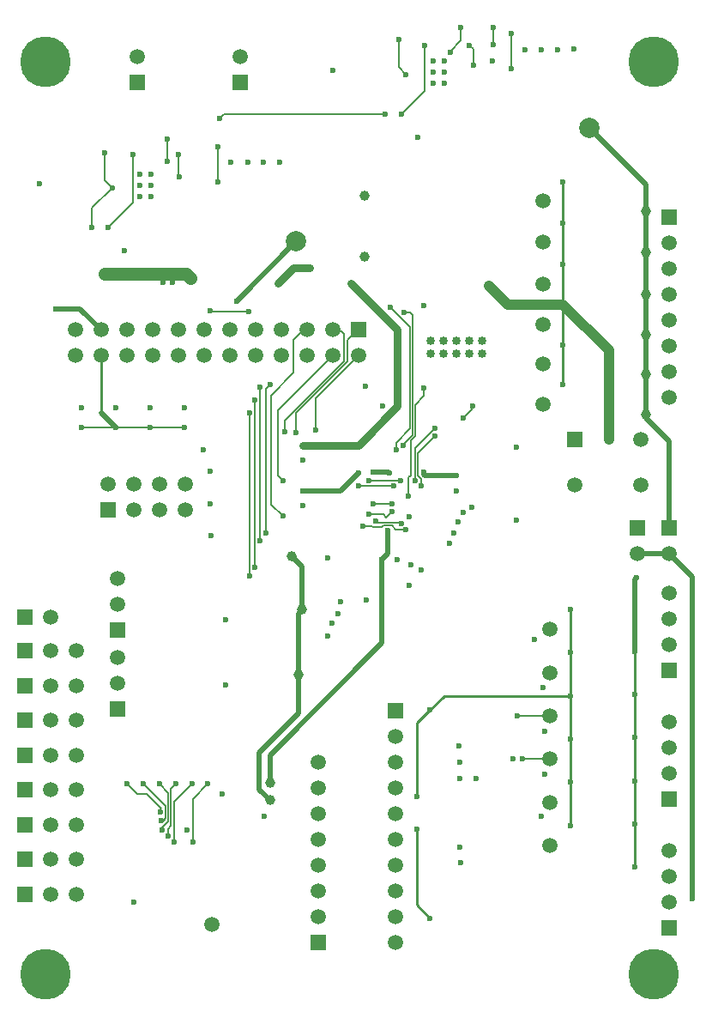
<source format=gbr>
%TF.GenerationSoftware,Altium Limited,Altium Designer,19.1.8 (144)*%
G04 Layer_Physical_Order=2*
G04 Layer_Color=16711680*
%FSLAX45Y45*%
%MOMM*%
%TF.FileFunction,Copper,L2,Bot,Signal*%
%TF.Part,Single*%
G01*
G75*
%TA.AperFunction,Conductor*%
%ADD25C,0.25400*%
%ADD26C,0.12700*%
%ADD29C,1.27000*%
%ADD30C,0.76200*%
%ADD31C,0.50800*%
%ADD33C,1.01600*%
%TA.AperFunction,ComponentPad*%
%ADD35C,1.50000*%
%ADD36R,1.50000X1.50000*%
%ADD37C,1.50000*%
%ADD38C,2.00000*%
%ADD39C,0.85000*%
%ADD40R,1.50000X1.50000*%
%TA.AperFunction,ViaPad*%
%ADD41C,0.60000*%
%ADD42C,1.00000*%
%ADD43C,5.00000*%
D25*
X5602500Y7104500D02*
Y8318500D01*
Y6314500D02*
Y7104500D01*
X5675001Y3247000D02*
Y4100000D01*
Y2394000D02*
Y3247000D01*
X6312500Y3261001D02*
Y3687500D01*
Y2834500D02*
Y3261001D01*
Y2408000D02*
Y2834500D01*
Y1555000D02*
Y2408000D01*
Y1555000D02*
X6312500Y1555000D01*
X1042000Y6040489D02*
Y6606000D01*
X4160000Y1185000D02*
X4292500Y1052500D01*
X4160000Y1185000D02*
Y1927500D01*
Y2252500D02*
Y2977500D01*
X4292500Y3110000D01*
X4429500Y3247000D01*
X5675000D01*
X5602500Y6314500D02*
X5602500Y6314500D01*
X5675001Y1967500D02*
Y2394000D01*
X5675000Y4100000D02*
X5675001Y4100000D01*
D26*
X4490000Y9592500D02*
Y9603033D01*
X4595000Y9708033D01*
Y9837500D01*
X4915000Y9670155D02*
Y9840000D01*
X4094200Y5881700D02*
Y6880800D01*
X3957500Y5745000D02*
X4094200Y5881700D01*
X3900000Y7075000D02*
X4094200Y6880800D01*
X4119600Y5820196D02*
Y7005400D01*
X4027500Y5728096D02*
X4119600Y5820196D01*
X4095000Y7030000D02*
X4119600Y7005400D01*
X4037500Y7030000D02*
X4095000D01*
X2132500Y7035000D02*
X2505000D01*
X2125000Y7042500D02*
X2132500Y7035000D01*
X1699613Y8520000D02*
Y8735000D01*
X3477900Y6542900D02*
Y6755900D01*
X2970000Y6035000D02*
X3477900Y6542900D01*
X2970000Y5842500D02*
Y6035000D01*
X3160154Y6184154D02*
X3582000Y6606000D01*
X3160154Y5867786D02*
Y6184154D01*
X3414610Y6839004D02*
X3440000Y6813614D01*
Y6545000D02*
Y6813614D01*
X2860000Y5965000D02*
X3440000Y6545000D01*
X2860000Y5847500D02*
Y5965000D01*
X3477900Y6755900D02*
X3582000Y6860000D01*
X3348996Y6839004D02*
X3414610D01*
X3328000Y6860000D02*
X3348996Y6839004D01*
X2787500Y6065500D02*
X3328000Y6606000D01*
X2787500Y5420000D02*
Y6065500D01*
Y5420000D02*
X2837500Y5370000D01*
X2945000Y6760000D02*
X3045000Y6860000D01*
X3074000D01*
X2945000Y6432500D02*
Y6760000D01*
X2722500Y6210000D02*
X2945000Y6432500D01*
X2722500Y5135383D02*
Y6210000D01*
Y5135383D02*
X2837638Y5020245D01*
X3752500Y4952500D02*
X4002937D01*
X4145000Y6117500D02*
X4232500Y6205000D01*
X4145000Y5809675D02*
Y6117500D01*
X4098450Y5763125D02*
X4145000Y5809675D01*
X4232500Y6205000D02*
Y6280000D01*
X4027500Y5720000D02*
Y5728096D01*
X1637500Y2020000D02*
X1660000D01*
X1684050Y2044051D01*
X1632500Y2100000D02*
Y2130000D01*
X1640001Y2137501D01*
X1495001Y2282501D02*
X1640001Y2137501D01*
X1650000Y1925000D02*
Y1945000D01*
X1709450Y2004451D01*
X1705000Y1862500D02*
Y1935000D01*
X1735001Y1965001D01*
X1762500Y1807501D02*
Y2200000D01*
X1762500Y1807500D02*
X1762500Y1807501D01*
X3917487Y4927100D02*
X3954348Y4890239D01*
X3834967Y4927100D02*
X3917487D01*
X3816317Y4908450D02*
X3834967Y4927100D01*
X4002937Y4952500D02*
X4007696Y4947741D01*
X3752500Y4952500D02*
Y4970000D01*
X3728113Y4908450D02*
X3816317D01*
X3716563Y4920000D02*
X3728113Y4908450D01*
X3690000Y5035000D02*
X3830000D01*
X3857500Y5007500D01*
X3915363Y5065363D01*
X3627500Y4920000D02*
X3716563D01*
X3730251Y5140251D02*
X3917691D01*
X3730000Y5140000D02*
X3730251Y5140251D01*
X3915363Y5065363D02*
X3917500D01*
X3954348Y4890239D02*
X4055198D01*
X3685180Y5370262D02*
X3999738D01*
X4000000Y5370000D01*
X3587675Y5320260D02*
X3934740D01*
X3935000Y5320000D01*
X4080000Y5220000D02*
Y5402500D01*
X4098450Y5420950D01*
Y5763125D01*
X3957500Y5670000D02*
Y5745000D01*
X2610000Y4775000D02*
Y6287500D01*
X2670000Y4855000D02*
Y6272500D01*
X2717500Y6320000D01*
X2560000Y4510000D02*
Y6165000D01*
X2510122Y4432377D02*
Y6035295D01*
Y4432377D02*
X2512500Y4430000D01*
X1527500Y5894994D02*
X1867500D01*
X1527216Y5894709D02*
X1527500Y5894994D01*
X1187779Y5894709D02*
X1527216D01*
X1187495Y5894994D02*
X1187779Y5894709D01*
X847500Y5894994D02*
X1187495D01*
X2214845Y8942500D02*
X2260000Y8987655D01*
X3852500D01*
X4167900Y5419600D02*
Y5640400D01*
Y5419600D02*
X4202500Y5385000D01*
Y5320000D02*
Y5385000D01*
X4167900Y5640400D02*
X4340000Y5812500D01*
X4142500Y5690000D02*
X4340000Y5887500D01*
X4142500Y5370000D02*
Y5690000D01*
X2195314Y8312433D02*
Y8662433D01*
X5092500Y9430155D02*
Y9780155D01*
X1820000Y8362500D02*
Y8372593D01*
X1807500Y8385093D02*
X1820000Y8372593D01*
X1807500Y8385093D02*
Y8582500D01*
X1357500Y8112119D02*
Y8582500D01*
X1115314Y7869933D02*
X1357500Y8112119D01*
X955314Y7869933D02*
Y8057441D01*
X1155314Y8257441D01*
X1082814Y8329941D02*
X1155314Y8257441D01*
X1082814Y8329941D02*
Y8599934D01*
X4719199Y9466854D02*
Y9625956D01*
X4682500Y9662655D02*
X4719199Y9625956D01*
X4240000Y9215155D02*
Y9662655D01*
X4012500Y8987655D02*
X4240000Y9215155D01*
X3980000Y9447663D02*
Y9717656D01*
Y9447663D02*
X4052500Y9375163D01*
X5152500Y3050000D02*
X5475000D01*
X5202500Y2623500D02*
X5475000D01*
X4707802Y6102802D02*
X4712500Y6107500D01*
X4707802Y6075302D02*
Y6102802D01*
X4617500Y5985000D02*
X4707802Y6075302D01*
X1950000Y2230001D02*
X2100000Y2380001D01*
X1950000Y1802501D02*
Y2230001D01*
X1762500Y2200000D02*
X1940001Y2377501D01*
X1735001Y1965001D02*
Y2332501D01*
X1709450Y2004451D02*
Y2290551D01*
X1460001Y2380001D02*
X1684050Y2155951D01*
Y2044051D02*
Y2155951D01*
X1735001Y2332501D02*
X1780001Y2377501D01*
X1620001Y2380001D02*
X1709450Y2290551D01*
X1397501Y2282501D02*
X1495001D01*
X1300001Y2380001D02*
X1397501Y2282501D01*
D29*
X1082500Y7407500D02*
X1885000D01*
X1922500Y7370000D01*
D30*
X2940000Y7467500D02*
X3102500D01*
X2790000Y7317500D02*
X2940000Y7467500D01*
X3508750Y7320000D02*
X3967500Y6861250D01*
Y6102500D02*
Y6861250D01*
X3585000Y5720000D02*
X3967500Y6102500D01*
X3035000Y5720000D02*
X3585000D01*
D31*
X2380536Y7142500D02*
X2967814Y7729778D01*
X2380000Y7142500D02*
X2380536D01*
X837000Y7065000D02*
X1042000Y6860000D01*
X595000Y7065000D02*
X837000D01*
X6312500Y4397511D02*
X6327500Y4412511D01*
Y4415000D01*
X6312500Y3687500D02*
Y4397511D01*
X4232500Y5425000D02*
Y5455000D01*
Y5425000D02*
X4237500Y5420000D01*
X3730000Y5452500D02*
X3885000D01*
X3895000Y5442500D01*
X3412500Y5270000D02*
X3585000Y5442500D01*
X6425000Y8026500D02*
Y8287500D01*
Y5990000D02*
Y8026500D01*
X6652500Y4651000D02*
X6880000Y4423500D01*
Y3787500D02*
Y4423500D01*
X6650000Y4648500D02*
X6652500Y4651000D01*
X6337500Y4648500D02*
X6650000D01*
X6425000Y5990000D02*
X6652500Y5762500D01*
Y4905000D02*
Y5762500D01*
X5865000Y8847500D02*
X6425000Y8287500D01*
X2927500Y4622500D02*
X3025000Y4525000D01*
Y4100000D02*
Y4525000D01*
Y4086687D02*
Y4100000D01*
X2997500Y4059186D02*
X3025000Y4086687D01*
X2997500Y3455000D02*
Y4059186D01*
X2607500Y2687500D02*
X2997500Y3077500D01*
Y3455000D01*
X2607500Y2325000D02*
Y2687500D01*
Y2325000D02*
X2715000Y2217500D01*
X2710000Y2657500D02*
X3817500Y3765000D01*
X2710000Y2392500D02*
Y2657500D01*
X1042000Y6040489D02*
X1187495Y5894994D01*
X3817500Y3765000D02*
Y4587500D01*
X3875000Y4645000D02*
Y4877500D01*
X3817500Y4587500D02*
X3875000Y4645000D01*
X4237500Y5420000D02*
X4550000D01*
X3035000Y5270000D02*
X3412500D01*
X6880000Y1247500D02*
Y3275000D01*
Y3787500D01*
D33*
X6055000Y5772500D02*
Y6652000D01*
X5602500Y7104500D02*
X6055000Y6652000D01*
X5602500Y7104500D02*
X5602500D01*
X5057679D02*
X5602500D01*
X4872179Y7290000D02*
X5057679Y7104500D01*
D35*
X6652500Y3749000D02*
D03*
Y4257000D02*
D03*
Y4003000D02*
D03*
Y1209000D02*
D03*
Y1717000D02*
D03*
Y1463000D02*
D03*
Y2479000D02*
D03*
Y2987000D02*
D03*
Y2733000D02*
D03*
X1207500Y4151500D02*
D03*
Y4405500D02*
D03*
Y3366500D02*
D03*
Y3620500D02*
D03*
X1876500Y5331500D02*
D03*
Y5077500D02*
D03*
X1622500Y5331500D02*
D03*
Y5077500D02*
D03*
X1368500Y5331500D02*
D03*
Y5077500D02*
D03*
X1114500Y5331500D02*
D03*
X5717500Y5327500D02*
D03*
X6367500D02*
D03*
Y5777500D02*
D03*
X2416000Y9554000D02*
D03*
X1400000D02*
D03*
X6652500Y7711500D02*
D03*
Y7457500D02*
D03*
Y7203500D02*
D03*
Y6949500D02*
D03*
Y6695500D02*
D03*
Y6441500D02*
D03*
Y6187500D02*
D03*
Y4651000D02*
D03*
X549000Y4022500D02*
D03*
X6337500Y4648500D02*
D03*
X543500Y3690714D02*
D03*
X797500D02*
D03*
X543500Y3347857D02*
D03*
X797500D02*
D03*
X3948000Y2596000D02*
D03*
Y818000D02*
D03*
Y1072000D02*
D03*
Y1326000D02*
D03*
Y1580000D02*
D03*
Y1834000D02*
D03*
Y2088000D02*
D03*
Y2342000D02*
D03*
Y2850000D02*
D03*
X543500Y3005000D02*
D03*
X797500D02*
D03*
X543500Y2662143D02*
D03*
X797500D02*
D03*
X543500Y2319286D02*
D03*
X797500D02*
D03*
X543500Y1976429D02*
D03*
X797500D02*
D03*
X3582000Y6606000D02*
D03*
X3328000Y6860000D02*
D03*
Y6606000D02*
D03*
X3074000Y6860000D02*
D03*
Y6606000D02*
D03*
X2820000Y6860000D02*
D03*
Y6606000D02*
D03*
X2566000Y6860000D02*
D03*
Y6606000D02*
D03*
X2312000Y6860000D02*
D03*
Y6606000D02*
D03*
X2058000Y6860000D02*
D03*
Y6606000D02*
D03*
X1804000Y6860000D02*
D03*
Y6606000D02*
D03*
X1550000Y6860000D02*
D03*
Y6606000D02*
D03*
X1296000Y6860000D02*
D03*
Y6606000D02*
D03*
X1042000Y6860000D02*
D03*
Y6606000D02*
D03*
X788000Y6860000D02*
D03*
Y6606000D02*
D03*
X543500Y1633572D02*
D03*
X797500D02*
D03*
X543500Y1290714D02*
D03*
X797500D02*
D03*
X3186000Y1072000D02*
D03*
Y1326000D02*
D03*
Y1580000D02*
D03*
Y1834000D02*
D03*
Y2088000D02*
D03*
Y2342000D02*
D03*
Y2596000D02*
D03*
D36*
X6652500Y3495000D02*
D03*
Y955000D02*
D03*
Y2225000D02*
D03*
X1207500Y3897500D02*
D03*
Y3112500D02*
D03*
X2416000Y9300000D02*
D03*
X1400000D02*
D03*
X6652500Y7965500D02*
D03*
Y4905000D02*
D03*
X6337500Y4902500D02*
D03*
X3948000Y3104000D02*
D03*
X3186000Y818000D02*
D03*
D37*
X5475000Y3050000D02*
D03*
Y2623500D02*
D03*
X5475000Y1770500D02*
D03*
X5475000Y3476501D02*
D03*
X2140000Y987500D02*
D03*
X5475000Y3903000D02*
D03*
X5475000Y2197000D02*
D03*
X5402500Y7719500D02*
D03*
X5402500Y8126500D02*
D03*
X5402500Y6122500D02*
D03*
Y6518000D02*
D03*
X5402500Y6912501D02*
D03*
X5402500Y7307000D02*
D03*
D38*
X5865000Y8847500D02*
D03*
X2967814Y7729778D02*
D03*
D39*
X4298500Y6619000D02*
D03*
Y6746000D02*
D03*
X4425500Y6619000D02*
D03*
Y6746000D02*
D03*
X4552500Y6619000D02*
D03*
Y6746000D02*
D03*
X4679500Y6619000D02*
D03*
Y6746000D02*
D03*
X4806500Y6619000D02*
D03*
Y6746000D02*
D03*
D40*
X1114500Y5077500D02*
D03*
X5717500Y5777500D02*
D03*
X295000Y4022500D02*
D03*
X289500Y3690714D02*
D03*
Y3347857D02*
D03*
Y3005000D02*
D03*
Y2662143D02*
D03*
Y2319286D02*
D03*
Y1976429D02*
D03*
X3582000Y6860000D02*
D03*
X289500Y1633572D02*
D03*
Y1290714D02*
D03*
D41*
X2275000Y3350000D02*
D03*
Y4000000D02*
D03*
X1537443Y8392441D02*
D03*
Y8282441D02*
D03*
X1427443Y8392441D02*
D03*
Y8282441D02*
D03*
X1537443Y8172441D02*
D03*
X1427443D02*
D03*
X4490000Y9592500D02*
D03*
X4595000Y9837500D02*
D03*
X4915000Y9840000D02*
D03*
Y9670155D02*
D03*
X2130000Y4822779D02*
D03*
X4037500Y7030000D02*
D03*
X4087500Y5012500D02*
D03*
X4232180Y7095000D02*
D03*
X3650000Y6300000D02*
D03*
X1750000Y7325000D02*
D03*
X1653718Y7325000D02*
D03*
X1922500Y7370000D02*
D03*
X1082500Y7407500D02*
D03*
X2380000Y7142500D02*
D03*
X2505000Y7035000D02*
D03*
X1699613Y8735000D02*
D03*
Y8520000D02*
D03*
X3160154Y5867786D02*
D03*
X2970000Y5842500D02*
D03*
X2860000Y5847500D02*
D03*
X2837500Y5370000D02*
D03*
X2837638Y5020245D02*
D03*
X3102500Y7467500D02*
D03*
X2790000Y7317500D02*
D03*
X595000Y7065000D02*
D03*
X6327500Y4415000D02*
D03*
X2125000Y5142779D02*
D03*
X2117500Y5462779D02*
D03*
X2057500Y5670000D02*
D03*
X6312500Y3687500D02*
D03*
Y3261001D02*
D03*
Y2834500D02*
D03*
Y2408000D02*
D03*
X6312500Y1981500D02*
D03*
Y1555000D02*
D03*
X2125000Y7042500D02*
D03*
X4232500Y6280000D02*
D03*
X3900000Y7075000D02*
D03*
X5144979Y5699685D02*
D03*
X4434629Y9290163D02*
D03*
X4324629D02*
D03*
X4434629Y9400163D02*
D03*
X4324629D02*
D03*
X4434629Y9510163D02*
D03*
X4324629D02*
D03*
X4232500Y5455000D02*
D03*
X5110500Y2623000D02*
D03*
X1637500Y2020000D02*
D03*
X1632500Y2100000D02*
D03*
X1650000Y1925000D02*
D03*
X1705000Y1862500D02*
D03*
X1762500Y1807500D02*
D03*
X4485000Y4747500D02*
D03*
X4525000Y4855000D02*
D03*
X4620000Y5052500D02*
D03*
X4565000Y4962500D02*
D03*
X4202500Y4487500D02*
D03*
X4085000Y4335000D02*
D03*
X4100000Y4537500D02*
D03*
X3967500Y4587500D02*
D03*
X4707500Y5110000D02*
D03*
X3752500Y4970000D02*
D03*
X3690000Y5035000D02*
D03*
X3917691Y5140251D02*
D03*
X3917500Y5065363D02*
D03*
X4055198Y4890239D02*
D03*
X4007696Y4947741D02*
D03*
X3385000Y4055000D02*
D03*
X3327500Y3960000D02*
D03*
X3405000Y4177500D02*
D03*
X3285000Y3840000D02*
D03*
X3730000Y5452500D02*
D03*
X3957500Y5670000D02*
D03*
X3587675Y5320260D02*
D03*
X4080000Y5220000D02*
D03*
X2510122Y6035295D02*
D03*
X4617500Y5985000D02*
D03*
X4027500Y5720000D02*
D03*
X3685180Y5370262D02*
D03*
X2610000Y6287500D02*
D03*
X2670000Y4855000D02*
D03*
X2717500Y6320000D02*
D03*
X2560000Y6165000D02*
D03*
X3508750Y7320000D02*
D03*
X4160000Y1927500D02*
D03*
Y2252500D02*
D03*
X2214845Y8942500D02*
D03*
X3875000Y4877500D02*
D03*
X3895000Y5442500D02*
D03*
X3585000D02*
D03*
Y5720000D02*
D03*
X3627500Y4920000D02*
D03*
X3730000Y5140000D02*
D03*
X3820447Y6105453D02*
D03*
X3035000Y5570000D02*
D03*
X2327835Y8507717D02*
D03*
X2490334D02*
D03*
X2650335D02*
D03*
X2810314Y8513032D02*
D03*
X2195314Y8662433D02*
D03*
Y8312433D02*
D03*
X5707479Y9625470D02*
D03*
X5547500Y9620155D02*
D03*
X5387500D02*
D03*
X5225000D02*
D03*
X4907500Y9510155D02*
D03*
X5092500Y9430155D02*
D03*
X4172186Y8755222D02*
D03*
X1275000Y7637500D02*
D03*
X1820000Y8362500D02*
D03*
X1807500Y8582500D02*
D03*
X1357500D02*
D03*
X1155314Y8257441D02*
D03*
X1082814Y8599934D02*
D03*
X1115314Y7869933D02*
D03*
X955314D02*
D03*
X432814Y8299933D02*
D03*
X4719199Y9466854D02*
D03*
X4682500Y9662655D02*
D03*
X4240000D02*
D03*
X3852500Y8987655D02*
D03*
X5092500Y9780155D02*
D03*
X4012500Y8987655D02*
D03*
X3330000Y9417655D02*
D03*
X3980000Y9717656D02*
D03*
X4052500Y9375163D02*
D03*
X847500Y6084993D02*
D03*
X1187779Y6084709D02*
D03*
X1527500Y6084993D02*
D03*
X1867500D02*
D03*
Y5894994D02*
D03*
X1527500D02*
D03*
X1187779Y5894709D02*
D03*
X847500Y5894994D02*
D03*
X6880000Y1247500D02*
D03*
Y3275000D02*
D03*
Y3787500D02*
D03*
X4590000Y1600000D02*
D03*
X4582500Y1752500D02*
D03*
X4750000Y2427500D02*
D03*
X4587500Y2430000D02*
D03*
X4582500Y2590000D02*
D03*
X4580000Y2750000D02*
D03*
X4292500Y3110000D02*
D03*
Y1052500D02*
D03*
X4872179Y7290000D02*
D03*
X5602500Y6314500D02*
D03*
Y6710000D02*
D03*
X5602500Y7104500D02*
D03*
X5602500Y7498999D02*
D03*
Y7911500D02*
D03*
X5602500Y8318500D02*
D03*
X5675000Y4100000D02*
D03*
Y3673501D02*
D03*
Y3247000D02*
D03*
Y2820500D02*
D03*
X5675001Y2394000D02*
D03*
Y1967500D02*
D03*
X5390000Y2060000D02*
D03*
X5425000Y2470000D02*
D03*
Y2892500D02*
D03*
X5410000Y3332500D02*
D03*
X5325000Y3805000D02*
D03*
X2610000Y4775000D02*
D03*
X4000000Y5370000D02*
D03*
X3935000Y5320000D02*
D03*
X5152500Y3050000D02*
D03*
X3277500Y4605000D02*
D03*
X5202500Y2623500D02*
D03*
X1892500Y1925000D02*
D03*
X5145000Y4980000D02*
D03*
X2237500Y2282501D02*
D03*
X2652500Y2060001D02*
D03*
X1367500Y1210000D02*
D03*
X3665000Y4195000D02*
D03*
X4712500Y6107500D02*
D03*
X4340000Y5887500D02*
D03*
X4142500Y5370000D02*
D03*
X4340000Y5812500D02*
D03*
X4202500Y5320000D02*
D03*
X2560000Y4510000D02*
D03*
X2512500Y4430000D02*
D03*
X1300001Y2380001D02*
D03*
X1620001D02*
D03*
X1780001Y2377501D02*
D03*
X1950000Y1802501D02*
D03*
X1940001Y2377501D02*
D03*
X1460001Y2380001D02*
D03*
X2100000D02*
D03*
X3035000Y5720000D02*
D03*
X3817500Y4587500D02*
D03*
X3035000Y5270000D02*
D03*
Y5120000D02*
D03*
X4550000Y5270000D02*
D03*
Y5420000D02*
D03*
X3967500Y6102500D02*
D03*
D42*
X6424980Y6017215D02*
D03*
X6425001Y6418000D02*
D03*
X6424980Y6807215D02*
D03*
X6425001Y7207000D02*
D03*
Y7619500D02*
D03*
X6425000Y8026500D02*
D03*
X2927500Y4622500D02*
D03*
X2715000Y2217500D02*
D03*
X2710000Y2392500D02*
D03*
X2997500Y3455000D02*
D03*
X3025000Y4100000D02*
D03*
X3647500Y7580000D02*
D03*
Y8180000D02*
D03*
X6055000Y5772500D02*
D03*
D43*
X6500000Y500000D02*
D03*
X500000Y9500000D02*
D03*
Y500000D02*
D03*
X6500000Y9500000D02*
D03*
%TF.MD5,4eef107a53d5d590de2630763bc83cfe*%
M02*

</source>
